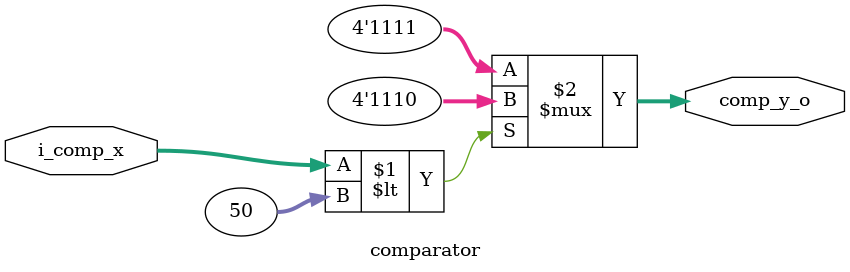
<source format=v>
`timescale 1ns / 10ps

module fnd_controller (
    input i_con_clk,
    input i_con_reset,
    input i_con_fnd_mode, 
    input [6:0] i_con_mSec,
    input [6:0] i_con_sec,
    input [6:0] i_con_min,
    input [6:0] i_con_hour, 
    output [3:0] con_fndCom_o,
    output [7:0] con_fndFont_o
);

    wire [3:0] w_mSec_dig01, w_mSec_dig10;
    wire [3:0] w_sec_dig01, w_sec_dig10;
    wire [3:0] w_min_dig01, w_min_dig10;
    wire [3:0] w_hour_dig01, w_hour_dig10; 
    wire [2:0] w_selFnd; 
    wire [3:0] w_bcdData, w_bcd_Sec_MSec, w_bcdData_Min_Hour; 
    wire w_clk;
    wire [3:0] w_dot; 

    wire [3:0] w_mul_x0, w_mul_x1, w_mul_x2, w_mul_x3;
    wire [3:0] w_con_fndCom_o; 

    assign con_fndCom_o = w_con_fndCom_o; 

    clk_divider U_clk_div( 
        .i_div_clk(i_con_clk),
        .i_div_reset(i_con_reset),
        .div_clk_o(w_clk)
    );

    counter U_counter(
        .i_cnt_clk(w_clk), 
        .i_cnt_reset(i_con_reset), 
        .cnt_count_o(w_selFnd)
    );

    decoder_3to8 U_3to8 (
        .i_dec_x(w_selFnd),
        .dec_y_o(w_con_fndCom_o)
    );

    digit_splitter U_dig_splitter_mSec(
        .i_dig_dig(i_con_mSec),
        .dig_dig01_o(w_mSec_dig01),
        .dig_dig10_o(w_mSec_dig10)
    );

    digit_splitter U_dig_splitter_sec(
        .i_dig_dig(i_con_sec),
        .dig_dig01_o(w_sec_dig01),
        .dig_dig10_o(w_sec_dig10)
    );

    digit_splitter U_dig_splitter_min(
        .i_dig_dig(i_con_min),
        .dig_dig01_o(w_min_dig01),
        .dig_dig10_o(w_min_dig10)
    );
    
    digit_splitter U_dig_splitter_hour(
        .i_dig_dig(i_con_hour),
        .dig_dig01_o(w_hour_dig01),
        .dig_dig10_o(w_hour_dig10)
    );

    comparator U_mSec_Comp(
        .i_comp_x(i_con_mSec),
        .comp_y_o(w_dot) 
    );

    mux_81 U_mux_81_Sec_mSec (
        .i_mul_sel(w_selFnd),
        .i_mul_x0(w_mSec_dig01),
        .i_mul_x1(w_mSec_dig10),
        .i_mul_x2(w_sec_dig01),
        .i_mul_x3(w_sec_dig10),
        .i_mul_x4(4'hf),
        .i_mul_x5(4'hf),
        .i_mul_x6(w_dot),
        .i_mul_x7(4'hf),
        .mul_y_o(w_bcd_Sec_MSec)
    );

    mux_81 U_mux_81_Min_Hour (
        .i_mul_sel(w_selFnd),
        .i_mul_x0(w_min_dig01),
        .i_mul_x1(w_min_dig10),
        .i_mul_x2(w_hour_dig01),
        .i_mul_x3(w_hour_dig10),
        .i_mul_x4(4'hf),
        .i_mul_x5(4'hf),
        .i_mul_x6(w_dot),
        .i_mul_x7(4'hf),
        .mul_y_o(w_bcdData_Min_Hour)
    );

    mux_21 U_Mux_21(
        .i_mul_sel(i_con_fnd_mode),
        .i_mul_x0(w_bcd_Sec_MSec),
        .i_mul_x1(w_bcdData_Min_Hour),
        .mul_y_o(w_bcdData)
    );

    BCDtoseg_o_decoder U_BCDtoSEG (
        .i_bcd(w_bcdData),
        .seg_o(con_fndFont_o)
    );

endmodule

//////////////////////////////////////////////////////////////////////

module clk_divider(
    input i_div_clk,
    input i_div_reset,

    output div_clk_o 
);
    reg [16:0] r_counter;           
    reg r_clk; 

    assign div_clk_o = r_clk; 

    always @(posedge i_div_clk, posedge i_div_reset) begin
        if (i_div_reset) begin
            r_counter <= 0; 
            r_clk <= 1'b0; 
        end 
        else begin
            if (r_counter == 100_000 -1) begin  // 0.1초 
                r_counter <= 0; 
                r_clk <= 1'b1; 
            end 
            else begin
                r_counter <= r_counter + 1; 
                r_clk <= 1'b0; 
            end 
        end 
    end

endmodule

//////////////////////////////////////////////////////////////////////

module counter(
    input wire i_cnt_clk, 
    input wire i_cnt_reset, 
    output reg [2:0] cnt_count_o   
);

    always @(posedge i_cnt_clk, posedge i_cnt_reset) begin
        if (i_cnt_reset) begin
            cnt_count_o <= 0;       // blocking assignment 
        end 
        else begin
            cnt_count_o <= cnt_count_o + 1; 
        end 
    end
    
endmodule

//////////////////////////////////////////////////////////////////////

// BCDtoseg_o_decoder
module BCDtoseg_o_decoder (
    input wire [3:0] i_bcd,
    // input wire i_bcd_dotE,
    // input wire [3:0] i_bcd_dec, 
    output reg  [7:0] seg_o
);

    always @(*) begin
        case (i_bcd)
            4'h0: seg_o = 8'hc0;
            4'h1: seg_o = 8'hf9;
            4'h2: seg_o = 8'ha4;
            4'h3: seg_o = 8'hb0;
            4'h4: seg_o = 8'h99;
            4'h5: seg_o = 8'h92;
            4'h6: seg_o = 8'h82;
            4'h7: seg_o = 8'hf8;
            4'h8: seg_o = 8'h80;
            4'h9: seg_o = 8'h90;
            4'ha: seg_o = 8'h88;
            4'hb: seg_o = 8'h83;
            4'hc: seg_o = 8'hc6;
            4'hd: seg_o = 8'ha1;
            4'he: seg_o = 8'h7f;        // on dot   :  0 -> on  7f = 0111_1111
            4'hf: seg_o = 8'hff;        // all off 
            default: seg_o = 8'hff;
        endcase

    end

endmodule

//////////////////////////////////////////////////////////////////////

// decoder_3to8
module decoder_3to8 (
    input [2:0] i_dec_x,
    output reg [3:0] dec_y_o
);    

    always @(i_dec_x) begin
        case (i_dec_x)
            3'b000:   dec_y_o = 4'b1110;
            3'b001:   dec_y_o = 4'b1101;
            3'b010:   dec_y_o = 4'b1011;
            3'b011:   dec_y_o = 4'b0111;
            3'b100:   dec_y_o = 4'b1110;
            3'b101:   dec_y_o = 4'b1101;
            3'b110:   dec_y_o = 4'b1011;
            3'b111:   dec_y_o = 4'b0111;
            default: dec_y_o = 4'b1111;
        endcase
    end
endmodule

//////////////////////////////////////////////////////////////////////

module digit_splitter (
    input [6:0] i_dig_dig,
    output [3:0] dig_dig01_o,
    output [3:0] dig_dig10_o
);

    assign dig_dig01_o = i_dig_dig % 10;
    assign dig_dig10_o = (i_dig_dig / 10) % 10;

endmodule

//////////////////////////////////////////////////////////////////////

module mux_81 (
    input  wire [2:0] i_mul_sel,
    input  wire [3:0] i_mul_x0,
    input  wire [3:0] i_mul_x1,
    input  wire [3:0] i_mul_x2,
    input  wire [3:0] i_mul_x3,
    input  wire [3:0] i_mul_x4,
    input  wire [3:0] i_mul_x5,
    input  wire [3:0] i_mul_x6,  
    input  wire [3:0] i_mul_x7,
    output reg  [3:0] mul_y_o
);

    always @(*) begin
        case (i_mul_sel)
            3'b000:   mul_y_o = i_mul_x0;
            3'b001:   mul_y_o = i_mul_x1;
            3'b010:   mul_y_o = i_mul_x2;
            3'b011:   mul_y_o = i_mul_x3;
            3'b100:   mul_y_o = i_mul_x4;
            3'b101:   mul_y_o = i_mul_x5;
            3'b110:   mul_y_o = i_mul_x6;
            3'b111:   mul_y_o = i_mul_x7;
            default: mul_y_o = 4'bx;
        endcase
    end
endmodule

//////////////////////////////////////////////////////////////////////

module mux_21 (
    input  wire i_mul_sel,
    input  wire [3:0] i_mul_x0,
    input  wire [3:0] i_mul_x1,
    output reg  [3:0] mul_y_o
);

    always @(*) begin
        case (i_mul_sel)
            3'b000:   mul_y_o = i_mul_x0;
            3'b001:   mul_y_o = i_mul_x1;
            default: mul_y_o = 4'bx;
        endcase
    end
endmodule

//////////////////////////////////////////////////////////////////////

module comparator(
    input [6:0] i_comp_x, 
    // output [3:0] comp_y_o 
    output [3:0] comp_y_o
);  

    assign comp_y_o = (i_comp_x < 50) ? 4'he : 4'hf;            // on : off
    
endmodule

//////////////////////////////////////////////////////////////////////
</source>
